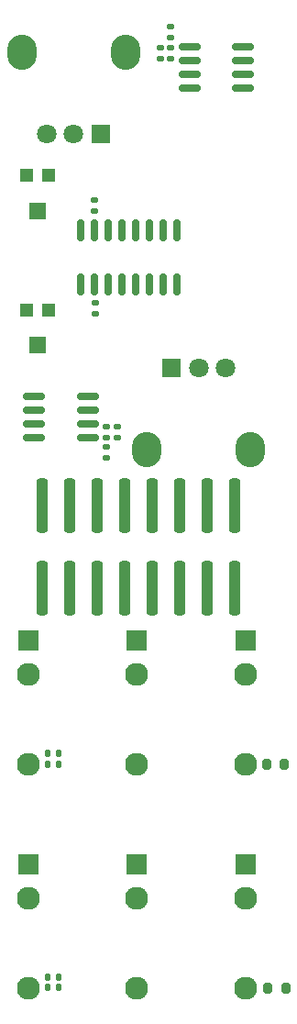
<source format=gbr>
%TF.GenerationSoftware,KiCad,Pcbnew,7.0.1*%
%TF.CreationDate,2023-04-20T06:23:29-07:00*%
%TF.ProjectId,wissystem_vca1,77697373-7973-4746-956d-5f766361312e,rev?*%
%TF.SameCoordinates,Original*%
%TF.FileFunction,Soldermask,Top*%
%TF.FilePolarity,Negative*%
%FSLAX46Y46*%
G04 Gerber Fmt 4.6, Leading zero omitted, Abs format (unit mm)*
G04 Created by KiCad (PCBNEW 7.0.1) date 2023-04-20 06:23:29*
%MOMM*%
%LPD*%
G01*
G04 APERTURE LIST*
G04 Aperture macros list*
%AMRoundRect*
0 Rectangle with rounded corners*
0 $1 Rounding radius*
0 $2 $3 $4 $5 $6 $7 $8 $9 X,Y pos of 4 corners*
0 Add a 4 corners polygon primitive as box body*
4,1,4,$2,$3,$4,$5,$6,$7,$8,$9,$2,$3,0*
0 Add four circle primitives for the rounded corners*
1,1,$1+$1,$2,$3*
1,1,$1+$1,$4,$5*
1,1,$1+$1,$6,$7*
1,1,$1+$1,$8,$9*
0 Add four rect primitives between the rounded corners*
20,1,$1+$1,$2,$3,$4,$5,0*
20,1,$1+$1,$4,$5,$6,$7,0*
20,1,$1+$1,$6,$7,$8,$9,0*
20,1,$1+$1,$8,$9,$2,$3,0*%
G04 Aperture macros list end*
%ADD10O,2.720000X3.240000*%
%ADD11R,1.800000X1.800000*%
%ADD12C,1.800000*%
%ADD13RoundRect,0.255000X0.255000X-2.245000X0.255000X2.245000X-0.255000X2.245000X-0.255000X-2.245000X0*%
%ADD14RoundRect,0.135000X0.185000X-0.135000X0.185000X0.135000X-0.185000X0.135000X-0.185000X-0.135000X0*%
%ADD15RoundRect,0.135000X-0.135000X-0.185000X0.135000X-0.185000X0.135000X0.185000X-0.135000X0.185000X0*%
%ADD16RoundRect,0.200000X0.200000X0.275000X-0.200000X0.275000X-0.200000X-0.275000X0.200000X-0.275000X0*%
%ADD17R,1.200000X1.200000*%
%ADD18R,1.600000X1.500000*%
%ADD19RoundRect,0.150000X-0.825000X-0.150000X0.825000X-0.150000X0.825000X0.150000X-0.825000X0.150000X0*%
%ADD20R,1.930000X1.830000*%
%ADD21C,2.130000*%
%ADD22RoundRect,0.135000X0.135000X0.185000X-0.135000X0.185000X-0.135000X-0.185000X0.135000X-0.185000X0*%
%ADD23RoundRect,0.150000X0.825000X0.150000X-0.825000X0.150000X-0.825000X-0.150000X0.825000X-0.150000X0*%
%ADD24RoundRect,0.135000X-0.185000X0.135000X-0.185000X-0.135000X0.185000X-0.135000X0.185000X0.135000X0*%
%ADD25RoundRect,0.150000X0.150000X-0.850000X0.150000X0.850000X-0.150000X0.850000X-0.150000X-0.850000X0*%
G04 APERTURE END LIST*
D10*
%TO.C,RV4*%
X34224000Y-42385600D03*
X24624000Y-42385600D03*
D11*
X31924000Y-49885600D03*
D12*
X29424000Y-49885600D03*
X26924000Y-49885600D03*
%TD*%
D13*
%TO.C,J1*%
X26517600Y-91826400D03*
X26517600Y-84226400D03*
X29057600Y-91826400D03*
X29057600Y-84226400D03*
X31597600Y-91826400D03*
X31597600Y-84226400D03*
X34137600Y-91826400D03*
X34137600Y-84226400D03*
X36677600Y-91826400D03*
X36677600Y-84226400D03*
X39217600Y-91826400D03*
X39217600Y-84226400D03*
X41757600Y-91826400D03*
X41757600Y-84226400D03*
X44297600Y-91826400D03*
X44297600Y-84226400D03*
%TD*%
D14*
%TO.C,R3*%
X31394400Y-66501200D03*
X31394400Y-65481200D03*
%TD*%
D15*
%TO.C,R6*%
X27025600Y-107086400D03*
X28045600Y-107086400D03*
%TD*%
D16*
%TO.C,R4*%
X48995600Y-128727200D03*
X47345600Y-128727200D03*
%TD*%
D17*
%TO.C,RV3*%
X27060400Y-53724400D03*
D18*
X26060400Y-56974400D03*
D17*
X25060400Y-53724400D03*
%TD*%
D19*
%TO.C,U3*%
X45045400Y-41833800D03*
X45045400Y-43103800D03*
X45045400Y-44373800D03*
X45045400Y-45643800D03*
X40095400Y-45643800D03*
X40095400Y-44373800D03*
X40095400Y-43103800D03*
X40095400Y-41833800D03*
%TD*%
D20*
%TO.C,J_OUT1*%
X25196800Y-96651600D03*
D21*
X25196800Y-108051600D03*
X25196800Y-99751600D03*
%TD*%
D16*
%TO.C,R10*%
X48894000Y-108051600D03*
X47244000Y-108051600D03*
%TD*%
D15*
%TO.C,R13*%
X27021600Y-127711200D03*
X28041600Y-127711200D03*
%TD*%
D21*
%TO.C,J_CV2*%
X35229800Y-120408400D03*
X35229800Y-128708400D03*
D20*
X35229800Y-117308400D03*
%TD*%
%TO.C,J_OUT2*%
X25196800Y-117308400D03*
D21*
X25196800Y-128708400D03*
X25196800Y-120408400D03*
%TD*%
D22*
%TO.C,R7*%
X27023600Y-108051600D03*
X28043600Y-108051600D03*
%TD*%
D23*
%TO.C,U1*%
X30719800Y-77901800D03*
X30719800Y-76631800D03*
X30719800Y-75361800D03*
X30719800Y-74091800D03*
X25769800Y-74091800D03*
X25769800Y-75361800D03*
X25769800Y-76631800D03*
X25769800Y-77901800D03*
%TD*%
D22*
%TO.C,R14*%
X28045600Y-128676400D03*
X27025600Y-128676400D03*
%TD*%
D14*
%TO.C,R2*%
X33426400Y-77927200D03*
X33426400Y-76907200D03*
%TD*%
D24*
%TO.C,R8*%
X37388800Y-41910000D03*
X37388800Y-42930000D03*
%TD*%
%TO.C,R9*%
X31343600Y-56028400D03*
X31343600Y-57048400D03*
%TD*%
%TO.C,R1*%
X32461200Y-76907200D03*
X32461200Y-77927200D03*
%TD*%
D25*
%TO.C,U2*%
X30099000Y-58764800D03*
X31369000Y-58764800D03*
X32639000Y-58764800D03*
X33909000Y-58764800D03*
X35179000Y-58764800D03*
X36449000Y-58764800D03*
X37719000Y-58764800D03*
X38989000Y-58764800D03*
X38989000Y-63764800D03*
X37719000Y-63764800D03*
X36449000Y-63764800D03*
X35179000Y-63764800D03*
X33909000Y-63764800D03*
X32639000Y-63764800D03*
X31369000Y-63764800D03*
X30099000Y-63764800D03*
%TD*%
D14*
%TO.C,R5*%
X32461200Y-79808800D03*
X32461200Y-78788800D03*
%TD*%
D20*
%TO.C,J_SIG3*%
X45262800Y-117308400D03*
D21*
X45262800Y-128708400D03*
X45262800Y-120408400D03*
%TD*%
%TO.C,J_CV1*%
X35229800Y-99751600D03*
X35229800Y-108051600D03*
D20*
X35229800Y-96651600D03*
%TD*%
D14*
%TO.C,R11*%
X38354000Y-42930000D03*
X38354000Y-41910000D03*
%TD*%
D10*
%TO.C,RV1*%
X36144800Y-79026400D03*
X45744800Y-79026400D03*
D11*
X38444800Y-71526400D03*
D12*
X40944800Y-71526400D03*
X43444800Y-71526400D03*
%TD*%
D24*
%TO.C,R12*%
X38354000Y-40028400D03*
X38354000Y-41048400D03*
%TD*%
D20*
%TO.C,J_SIG1*%
X45262800Y-96651600D03*
D21*
X45262800Y-108051600D03*
X45262800Y-99751600D03*
%TD*%
D17*
%TO.C,RV2*%
X25060400Y-66147200D03*
D18*
X26060400Y-69397200D03*
D17*
X27060400Y-66147200D03*
%TD*%
M02*

</source>
